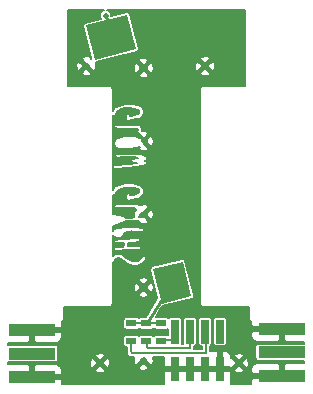
<source format=gbl>
G04 #@! TF.FileFunction,Copper,L2,Bot,Signal*
%FSLAX46Y46*%
G04 Gerber Fmt 4.6, Leading zero omitted, Abs format (unit mm)*
G04 Created by KiCad (PCBNEW 4.0.0-rc2-stable) date 3/3/2016 3:44:55 PM*
%MOMM*%
G01*
G04 APERTURE LIST*
%ADD10C,0.150000*%
%ADD11C,0.500000*%
%ADD12R,4.000000X1.000000*%
%ADD13C,0.600000*%
%ADD14R,0.760000X2.000000*%
%ADD15R,0.740000X2.000000*%
%ADD16R,0.900000X0.600000*%
%ADD17R,0.900000X0.200000*%
%ADD18R,3.800000X0.200000*%
%ADD19R,6.500000X0.200000*%
%ADD20R,0.200000X0.400000*%
%ADD21R,0.200000X0.800000*%
%ADD22R,2.000000X0.200000*%
%ADD23C,0.254000*%
%ADD24C,0.152400*%
G04 APERTURE END LIST*
D10*
D11*
X53640633Y-23875793D03*
X63688480Y-23875793D03*
X66550584Y-49015506D03*
X54799980Y-49015506D03*
X58487828Y-24025673D03*
X58487828Y-30219177D03*
X58487828Y-36412680D03*
X58487828Y-42606187D03*
X58487828Y-48799688D03*
D12*
X70182240Y-50103065D03*
X70182240Y-48103065D03*
X70182240Y-46103065D03*
D13*
X69182240Y-50103065D03*
X69182240Y-48103065D03*
X69182240Y-46103065D03*
D12*
X49034782Y-46206337D03*
X49034782Y-48206337D03*
X49034782Y-50206337D03*
D13*
X50034782Y-46206337D03*
X50034782Y-48206337D03*
X50034782Y-50206337D03*
D10*
G36*
X60007079Y-43963937D02*
X59281315Y-41053049D01*
X61804085Y-40424053D01*
X62529849Y-43334941D01*
X60007079Y-43963937D01*
X60007079Y-43963937D01*
G37*
G36*
X54344814Y-23320565D02*
X53619049Y-20409678D01*
X57112114Y-19538761D01*
X57837879Y-22449648D01*
X54344814Y-23320565D01*
X54344814Y-23320565D01*
G37*
D11*
X55268813Y-19586101D03*
D14*
X61149040Y-49532716D03*
X62419040Y-49532716D03*
X63689040Y-49532716D03*
X64959040Y-49532716D03*
X61149040Y-46332716D03*
X62419040Y-46332716D03*
X63689040Y-46332716D03*
D15*
X64959040Y-46332716D03*
D16*
X59954040Y-45632716D03*
X59954040Y-47132716D03*
X58704040Y-47132716D03*
X58704040Y-45632716D03*
X57454040Y-45632716D03*
X57454040Y-47132716D03*
D17*
X60604040Y-47082716D03*
D18*
X60604040Y-47732716D03*
D19*
X60604040Y-48182716D03*
D20*
X58804040Y-47532716D03*
X62404040Y-47532716D03*
D21*
X63754040Y-47732716D03*
X57454040Y-47732716D03*
D22*
X58754040Y-45632716D03*
D23*
X55730000Y-21430000D02*
X55270000Y-19590000D01*
X55730000Y-21430000D02*
X55270000Y-19590000D01*
X55730000Y-21430000D02*
X55270000Y-19590000D01*
X55730000Y-21430000D02*
X55270000Y-19590000D01*
X55730000Y-21430000D02*
X55270000Y-19590000D01*
X55730000Y-21430000D02*
X55270000Y-19590000D01*
X55730000Y-21430000D02*
X55270000Y-19590000D01*
X55730000Y-21430000D02*
X55270000Y-19590000D01*
X55730000Y-21430000D02*
X55270000Y-19590000D01*
X60910000Y-42190000D02*
X58750000Y-45630000D01*
X60910000Y-42190000D02*
X58750000Y-45630000D01*
X60910000Y-42190000D02*
X58750000Y-45630000D01*
X60910000Y-42190000D02*
X58750000Y-45630000D01*
X60910000Y-42190000D02*
X58750000Y-45630000D01*
X60910000Y-42190000D02*
X58750000Y-45630000D01*
X60910000Y-42190000D02*
X58750000Y-45630000D01*
X60910000Y-42190000D02*
X58750000Y-45630000D01*
X60910000Y-42190000D02*
X58750000Y-45630000D01*
D24*
G36*
X54998062Y-19180127D02*
X54863313Y-19314642D01*
X54790297Y-19490484D01*
X54790130Y-19680883D01*
X54862839Y-19856852D01*
X54864838Y-19858855D01*
X53562662Y-20183523D01*
X53484321Y-20219484D01*
X53420940Y-20286885D01*
X53388775Y-20373635D01*
X53392894Y-20466065D01*
X54072631Y-23192345D01*
X54039050Y-23225926D01*
X54034014Y-23121687D01*
X53715486Y-23028549D01*
X53385562Y-23064397D01*
X53247252Y-23121687D01*
X53238774Y-23297157D01*
X53640633Y-23699016D01*
X53692111Y-23647539D01*
X53868888Y-23824316D01*
X53817410Y-23875793D01*
X54219269Y-24277652D01*
X54394739Y-24269174D01*
X54487826Y-23950820D01*
X57640584Y-23950820D01*
X57676432Y-24280744D01*
X57733722Y-24419054D01*
X57909192Y-24427532D01*
X58311051Y-24025673D01*
X58664605Y-24025673D01*
X59066464Y-24427532D01*
X59241934Y-24419054D01*
X59335072Y-24100526D01*
X59302521Y-23800940D01*
X62841236Y-23800940D01*
X62877084Y-24130864D01*
X62934374Y-24269174D01*
X63109844Y-24277652D01*
X63511703Y-23875793D01*
X63865257Y-23875793D01*
X64267116Y-24277652D01*
X64442586Y-24269174D01*
X64535724Y-23950646D01*
X64499876Y-23620722D01*
X64442586Y-23482412D01*
X64267116Y-23473934D01*
X63865257Y-23875793D01*
X63511703Y-23875793D01*
X63109844Y-23473934D01*
X62934374Y-23482412D01*
X62841236Y-23800940D01*
X59302521Y-23800940D01*
X59299224Y-23770602D01*
X59241934Y-23632292D01*
X59066464Y-23623814D01*
X58664605Y-24025673D01*
X58311051Y-24025673D01*
X57909192Y-23623814D01*
X57733722Y-23632292D01*
X57640584Y-23950820D01*
X54487826Y-23950820D01*
X54487877Y-23950646D01*
X54452029Y-23620722D01*
X54419488Y-23542161D01*
X54801010Y-23447037D01*
X58085969Y-23447037D01*
X58487828Y-23848896D01*
X58889687Y-23447037D01*
X58882446Y-23297157D01*
X63286621Y-23297157D01*
X63688480Y-23699016D01*
X64090339Y-23297157D01*
X64081861Y-23121687D01*
X63763333Y-23028549D01*
X63433409Y-23064397D01*
X63295099Y-23121687D01*
X63286621Y-23297157D01*
X58882446Y-23297157D01*
X58881209Y-23271567D01*
X58562681Y-23178429D01*
X58232757Y-23214277D01*
X58094447Y-23271567D01*
X58085969Y-23447037D01*
X54801010Y-23447037D01*
X57894266Y-22675803D01*
X57972607Y-22639842D01*
X58035988Y-22572441D01*
X58068153Y-22485691D01*
X58064034Y-22393261D01*
X57338269Y-19482374D01*
X57302308Y-19404033D01*
X57234907Y-19340652D01*
X57148157Y-19308487D01*
X57055727Y-19312606D01*
X55747367Y-19638816D01*
X55747496Y-19491319D01*
X55674787Y-19315350D01*
X55540272Y-19180601D01*
X55415040Y-19128600D01*
X67051400Y-19128600D01*
X67051400Y-25551400D01*
X63530000Y-25551400D01*
X63423384Y-25572607D01*
X63333000Y-25633000D01*
X63272607Y-25723384D01*
X63251400Y-25830000D01*
X63251400Y-44000000D01*
X63272607Y-44106616D01*
X63333000Y-44197000D01*
X63423384Y-44257393D01*
X63530000Y-44278600D01*
X67381400Y-44278600D01*
X67381400Y-45280000D01*
X67402607Y-45386616D01*
X67463000Y-45477000D01*
X67553384Y-45537393D01*
X67598040Y-45546276D01*
X67598040Y-45779215D01*
X67744090Y-45925265D01*
X68314320Y-45925265D01*
X68282828Y-46041398D01*
X68313622Y-46280865D01*
X67744090Y-46280865D01*
X67598040Y-46426915D01*
X67598040Y-46719270D01*
X67686979Y-46933988D01*
X67851318Y-47098326D01*
X68066036Y-47187265D01*
X69858390Y-47187265D01*
X70004440Y-47041215D01*
X70004440Y-46449463D01*
X70081652Y-46164732D01*
X70048286Y-45905265D01*
X70360040Y-45905265D01*
X70360040Y-45925265D01*
X70380040Y-45925265D01*
X70380040Y-46280865D01*
X70360040Y-46280865D01*
X70360040Y-47041215D01*
X70506090Y-47187265D01*
X72081400Y-47187265D01*
X72081400Y-47369987D01*
X68182240Y-47369987D01*
X68097526Y-47385927D01*
X68019722Y-47435993D01*
X67967525Y-47512385D01*
X67949162Y-47603065D01*
X67949162Y-48603065D01*
X67965102Y-48687779D01*
X68015168Y-48765583D01*
X68091560Y-48817780D01*
X68182240Y-48836143D01*
X72081400Y-48836143D01*
X72081400Y-49018865D01*
X70506090Y-49018865D01*
X70360040Y-49164915D01*
X70360040Y-49925265D01*
X70380040Y-49925265D01*
X70380040Y-50280865D01*
X70360040Y-50280865D01*
X70360040Y-50300865D01*
X70044736Y-50300865D01*
X70081652Y-50164732D01*
X70036787Y-49815848D01*
X70004440Y-49737755D01*
X70004440Y-49164915D01*
X69858390Y-49018865D01*
X68066036Y-49018865D01*
X67851318Y-49107804D01*
X67686979Y-49272142D01*
X67598040Y-49486860D01*
X67598040Y-49779215D01*
X67744090Y-49925265D01*
X68314320Y-49925265D01*
X68282828Y-50041398D01*
X68313622Y-50280865D01*
X67744090Y-50280865D01*
X67598040Y-50426915D01*
X67598040Y-50719270D01*
X67611349Y-50751400D01*
X65880791Y-50751400D01*
X65923240Y-50648920D01*
X65923240Y-49856566D01*
X65777190Y-49710516D01*
X65136840Y-49710516D01*
X65136840Y-49730516D01*
X64781240Y-49730516D01*
X64781240Y-49710516D01*
X63866840Y-49710516D01*
X63866840Y-49730516D01*
X63511240Y-49730516D01*
X63511240Y-49710516D01*
X62596840Y-49710516D01*
X62596840Y-49730516D01*
X62241240Y-49730516D01*
X62241240Y-49710516D01*
X61326840Y-49710516D01*
X61326840Y-49730516D01*
X60971240Y-49730516D01*
X60971240Y-49710516D01*
X60330890Y-49710516D01*
X60184840Y-49856566D01*
X60184840Y-50648920D01*
X60227289Y-50751400D01*
X51618982Y-50751400D01*
X51618982Y-50530187D01*
X51472932Y-50384137D01*
X50902702Y-50384137D01*
X50934194Y-50268004D01*
X50903400Y-50028537D01*
X51472932Y-50028537D01*
X51618982Y-49882487D01*
X51618982Y-49594142D01*
X54398121Y-49594142D01*
X54406599Y-49769612D01*
X54725127Y-49862750D01*
X55055051Y-49826902D01*
X55193361Y-49769612D01*
X55201839Y-49594142D01*
X54799980Y-49192283D01*
X54398121Y-49594142D01*
X51618982Y-49594142D01*
X51618982Y-49590132D01*
X51530043Y-49375414D01*
X51365704Y-49211076D01*
X51150986Y-49122137D01*
X49358632Y-49122137D01*
X49212582Y-49268187D01*
X49212582Y-49859939D01*
X49135370Y-50144670D01*
X49168736Y-50404137D01*
X48856982Y-50404137D01*
X48856982Y-50384137D01*
X48836982Y-50384137D01*
X48836982Y-50028537D01*
X48856982Y-50028537D01*
X48856982Y-49268187D01*
X48710932Y-49122137D01*
X47038600Y-49122137D01*
X47038600Y-48940653D01*
X53952736Y-48940653D01*
X53988584Y-49270577D01*
X54045874Y-49408887D01*
X54221344Y-49417365D01*
X54623203Y-49015506D01*
X54976757Y-49015506D01*
X55378616Y-49417365D01*
X55554086Y-49408887D01*
X55563022Y-49378324D01*
X58085969Y-49378324D01*
X58094447Y-49553794D01*
X58412975Y-49646932D01*
X58742899Y-49611084D01*
X58783800Y-49594142D01*
X66148725Y-49594142D01*
X66157203Y-49769612D01*
X66475731Y-49862750D01*
X66805655Y-49826902D01*
X66943965Y-49769612D01*
X66952443Y-49594142D01*
X66550584Y-49192283D01*
X66148725Y-49594142D01*
X58783800Y-49594142D01*
X58881209Y-49553794D01*
X58889687Y-49378324D01*
X58487828Y-48976465D01*
X58085969Y-49378324D01*
X55563022Y-49378324D01*
X55647224Y-49090359D01*
X55611376Y-48760435D01*
X55554086Y-48622125D01*
X55378616Y-48613647D01*
X54976757Y-49015506D01*
X54623203Y-49015506D01*
X54221344Y-48613647D01*
X54045874Y-48622125D01*
X53952736Y-48940653D01*
X47038600Y-48940653D01*
X47038600Y-48939415D01*
X51034782Y-48939415D01*
X51119496Y-48923475D01*
X51197300Y-48873409D01*
X51249497Y-48797017D01*
X51267860Y-48706337D01*
X51267860Y-48436870D01*
X54398121Y-48436870D01*
X54799980Y-48838729D01*
X55201839Y-48436870D01*
X55193361Y-48261400D01*
X54874833Y-48168262D01*
X54544909Y-48204110D01*
X54406599Y-48261400D01*
X54398121Y-48436870D01*
X51267860Y-48436870D01*
X51267860Y-47706337D01*
X51251920Y-47621623D01*
X51201854Y-47543819D01*
X51125462Y-47491622D01*
X51034782Y-47473259D01*
X47038600Y-47473259D01*
X47038600Y-47290537D01*
X48710932Y-47290537D01*
X48856982Y-47144487D01*
X48856982Y-46384137D01*
X48836982Y-46384137D01*
X48836982Y-46028537D01*
X48856982Y-46028537D01*
X48856982Y-46008537D01*
X49172286Y-46008537D01*
X49135370Y-46144670D01*
X49180235Y-46493554D01*
X49212582Y-46571647D01*
X49212582Y-47144487D01*
X49358632Y-47290537D01*
X51150986Y-47290537D01*
X51365704Y-47201598D01*
X51530043Y-47037260D01*
X51618982Y-46822542D01*
X51618982Y-46530187D01*
X51472932Y-46384137D01*
X50902702Y-46384137D01*
X50934194Y-46268004D01*
X50903400Y-46028537D01*
X51472932Y-46028537D01*
X51618982Y-45882487D01*
X51618982Y-45590132D01*
X51590521Y-45521420D01*
X51657000Y-45477000D01*
X51717393Y-45386616D01*
X51728114Y-45332716D01*
X56770962Y-45332716D01*
X56770962Y-45932716D01*
X56786902Y-46017430D01*
X56836968Y-46095234D01*
X56913360Y-46147431D01*
X57004040Y-46165794D01*
X57904040Y-46165794D01*
X57988754Y-46149854D01*
X58066558Y-46099788D01*
X58078578Y-46082196D01*
X58086968Y-46095234D01*
X58163360Y-46147431D01*
X58254040Y-46165794D01*
X59154040Y-46165794D01*
X59238754Y-46149854D01*
X59316558Y-46099788D01*
X59328578Y-46082196D01*
X59336968Y-46095234D01*
X59413360Y-46147431D01*
X59504040Y-46165794D01*
X60404040Y-46165794D01*
X60488754Y-46149854D01*
X60535962Y-46119476D01*
X60535962Y-46646181D01*
X60494720Y-46618001D01*
X60404040Y-46599638D01*
X59504040Y-46599638D01*
X59419326Y-46615578D01*
X59341522Y-46665644D01*
X59329502Y-46683236D01*
X59321112Y-46670198D01*
X59244720Y-46618001D01*
X59154040Y-46599638D01*
X58254040Y-46599638D01*
X58169326Y-46615578D01*
X58091522Y-46665644D01*
X58079502Y-46683236D01*
X58071112Y-46670198D01*
X57994720Y-46618001D01*
X57904040Y-46599638D01*
X57004040Y-46599638D01*
X56919326Y-46615578D01*
X56841522Y-46665644D01*
X56789325Y-46742036D01*
X56770962Y-46832716D01*
X56770962Y-47432716D01*
X56786902Y-47517430D01*
X56836968Y-47595234D01*
X56913360Y-47647431D01*
X57004040Y-47665794D01*
X57120962Y-47665794D01*
X57120962Y-48282716D01*
X57136902Y-48367430D01*
X57186968Y-48445234D01*
X57263360Y-48497431D01*
X57354040Y-48515794D01*
X57701708Y-48515794D01*
X57640584Y-48724835D01*
X57676432Y-49054759D01*
X57733722Y-49193069D01*
X57909192Y-49201547D01*
X58311051Y-48799688D01*
X58259574Y-48748211D01*
X58436351Y-48571434D01*
X58487828Y-48622911D01*
X58539306Y-48571434D01*
X58716083Y-48748211D01*
X58664605Y-48799688D01*
X59066464Y-49201547D01*
X59241934Y-49193069D01*
X59335072Y-48874541D01*
X59299224Y-48544617D01*
X59287285Y-48515794D01*
X60184840Y-48515794D01*
X60184840Y-49208866D01*
X60330890Y-49354916D01*
X60971240Y-49354916D01*
X60971240Y-49334916D01*
X61326840Y-49334916D01*
X61326840Y-49354916D01*
X62241240Y-49354916D01*
X62241240Y-49334916D01*
X62596840Y-49334916D01*
X62596840Y-49354916D01*
X63511240Y-49354916D01*
X63511240Y-49334916D01*
X63866840Y-49334916D01*
X63866840Y-49354916D01*
X64781240Y-49354916D01*
X64781240Y-48094566D01*
X65136840Y-48094566D01*
X65136840Y-49354916D01*
X65774122Y-49354916D01*
X65796478Y-49408887D01*
X65971948Y-49417365D01*
X66373807Y-49015506D01*
X66727361Y-49015506D01*
X67129220Y-49417365D01*
X67304690Y-49408887D01*
X67397828Y-49090359D01*
X67361980Y-48760435D01*
X67304690Y-48622125D01*
X67129220Y-48613647D01*
X66727361Y-49015506D01*
X66373807Y-49015506D01*
X65971948Y-48613647D01*
X65923240Y-48616000D01*
X65923240Y-48436870D01*
X66148725Y-48436870D01*
X66550584Y-48838729D01*
X66952443Y-48436870D01*
X66943965Y-48261400D01*
X66625437Y-48168262D01*
X66295513Y-48204110D01*
X66157203Y-48261400D01*
X66148725Y-48436870D01*
X65923240Y-48436870D01*
X65923240Y-48416512D01*
X65834301Y-48201794D01*
X65669963Y-48037455D01*
X65455245Y-47948516D01*
X65282890Y-47948516D01*
X65136840Y-48094566D01*
X64781240Y-48094566D01*
X64635190Y-47948516D01*
X64462835Y-47948516D01*
X64324040Y-48006007D01*
X64185245Y-47948516D01*
X64087118Y-47948516D01*
X64087118Y-47562392D01*
X64153754Y-47549854D01*
X64231558Y-47499788D01*
X64283755Y-47423396D01*
X64302118Y-47332716D01*
X64302118Y-45332716D01*
X64355962Y-45332716D01*
X64355962Y-47332716D01*
X64371902Y-47417430D01*
X64421968Y-47495234D01*
X64498360Y-47547431D01*
X64589040Y-47565794D01*
X65329040Y-47565794D01*
X65413754Y-47549854D01*
X65491558Y-47499788D01*
X65543755Y-47423396D01*
X65562118Y-47332716D01*
X65562118Y-45332716D01*
X65546178Y-45248002D01*
X65496112Y-45170198D01*
X65419720Y-45118001D01*
X65329040Y-45099638D01*
X64589040Y-45099638D01*
X64504326Y-45115578D01*
X64426522Y-45165644D01*
X64374325Y-45242036D01*
X64355962Y-45332716D01*
X64302118Y-45332716D01*
X64286178Y-45248002D01*
X64236112Y-45170198D01*
X64159720Y-45118001D01*
X64069040Y-45099638D01*
X63309040Y-45099638D01*
X63224326Y-45115578D01*
X63146522Y-45165644D01*
X63094325Y-45242036D01*
X63075962Y-45332716D01*
X63075962Y-47332716D01*
X63091902Y-47417430D01*
X63141968Y-47495234D01*
X63218360Y-47547431D01*
X63309040Y-47565794D01*
X63420962Y-47565794D01*
X63420962Y-47849638D01*
X62733691Y-47849638D01*
X62737118Y-47832716D01*
X62737118Y-47565794D01*
X62799040Y-47565794D01*
X62883754Y-47549854D01*
X62961558Y-47499788D01*
X63013755Y-47423396D01*
X63032118Y-47332716D01*
X63032118Y-45332716D01*
X63016178Y-45248002D01*
X62966112Y-45170198D01*
X62889720Y-45118001D01*
X62799040Y-45099638D01*
X62039040Y-45099638D01*
X61954326Y-45115578D01*
X61876522Y-45165644D01*
X61824325Y-45242036D01*
X61805962Y-45332716D01*
X61805962Y-47332716D01*
X61818554Y-47399638D01*
X61748566Y-47399638D01*
X61762118Y-47332716D01*
X61762118Y-45332716D01*
X61746178Y-45248002D01*
X61696112Y-45170198D01*
X61619720Y-45118001D01*
X61529040Y-45099638D01*
X60769040Y-45099638D01*
X60684326Y-45115578D01*
X60606522Y-45165644D01*
X60586777Y-45194542D01*
X60571112Y-45170198D01*
X60494720Y-45118001D01*
X60404040Y-45099638D01*
X59504040Y-45099638D01*
X59502756Y-45099880D01*
X60075976Y-44186973D01*
X62586236Y-43561096D01*
X62664577Y-43525135D01*
X62727958Y-43457734D01*
X62760123Y-43370984D01*
X62756004Y-43278554D01*
X62030240Y-40367666D01*
X61994279Y-40289325D01*
X61926878Y-40225944D01*
X61840128Y-40193779D01*
X61747698Y-40197898D01*
X59224928Y-40826894D01*
X59146587Y-40862855D01*
X59083206Y-40930256D01*
X59051041Y-41017006D01*
X59055160Y-41109436D01*
X59655843Y-43518649D01*
X58663129Y-45099638D01*
X58254040Y-45099638D01*
X58169326Y-45115578D01*
X58091522Y-45165644D01*
X58079502Y-45183236D01*
X58071112Y-45170198D01*
X57994720Y-45118001D01*
X57904040Y-45099638D01*
X57004040Y-45099638D01*
X56919326Y-45115578D01*
X56841522Y-45165644D01*
X56789325Y-45242036D01*
X56770962Y-45332716D01*
X51728114Y-45332716D01*
X51738600Y-45280000D01*
X51738600Y-44278600D01*
X55580000Y-44278600D01*
X55686616Y-44257393D01*
X55777000Y-44197000D01*
X55837393Y-44106616D01*
X55858600Y-44000000D01*
X55858600Y-43184823D01*
X58085969Y-43184823D01*
X58094447Y-43360293D01*
X58412975Y-43453431D01*
X58742899Y-43417583D01*
X58881209Y-43360293D01*
X58889687Y-43184823D01*
X58487828Y-42782964D01*
X58085969Y-43184823D01*
X55858600Y-43184823D01*
X55858600Y-42531334D01*
X57640584Y-42531334D01*
X57676432Y-42861258D01*
X57733722Y-42999568D01*
X57909192Y-43008046D01*
X58311051Y-42606187D01*
X58664605Y-42606187D01*
X59066464Y-43008046D01*
X59241934Y-42999568D01*
X59335072Y-42681040D01*
X59299224Y-42351116D01*
X59241934Y-42212806D01*
X59066464Y-42204328D01*
X58664605Y-42606187D01*
X58311051Y-42606187D01*
X57909192Y-42204328D01*
X57733722Y-42212806D01*
X57640584Y-42531334D01*
X55858600Y-42531334D01*
X55858600Y-42027551D01*
X58085969Y-42027551D01*
X58487828Y-42429410D01*
X58889687Y-42027551D01*
X58881209Y-41852081D01*
X58562681Y-41758943D01*
X58232757Y-41794791D01*
X58094447Y-41852081D01*
X58085969Y-42027551D01*
X55858600Y-42027551D01*
X55858600Y-40451483D01*
X55879614Y-40464617D01*
X55920000Y-40476200D01*
X55990000Y-40476200D01*
X56017695Y-40470989D01*
X56043132Y-40454621D01*
X56060197Y-40429646D01*
X56066200Y-40400000D01*
X56066200Y-40257201D01*
X56132414Y-40176274D01*
X56277914Y-40073567D01*
X56338386Y-40066848D01*
X56440856Y-40082613D01*
X56821452Y-40349030D01*
X57077185Y-40594927D01*
X57100865Y-40610410D01*
X57390865Y-40730410D01*
X57410549Y-40735612D01*
X57570549Y-40755612D01*
X57580000Y-40756200D01*
X57750000Y-40756200D01*
X57755429Y-40756006D01*
X57895429Y-40746006D01*
X57907783Y-40744096D01*
X58157783Y-40684096D01*
X58178765Y-40675603D01*
X58398765Y-40545603D01*
X58415318Y-40532406D01*
X58595318Y-40342406D01*
X58607092Y-40326126D01*
X58677092Y-40196126D01*
X58686200Y-40160000D01*
X58686200Y-40020000D01*
X58684720Y-40005056D01*
X58674720Y-39955056D01*
X58662612Y-39926570D01*
X58640783Y-39905632D01*
X58612527Y-39894837D01*
X58552527Y-39884837D01*
X58540000Y-39883800D01*
X58470000Y-39883800D01*
X58427397Y-39896822D01*
X58406174Y-39918374D01*
X58262751Y-40138289D01*
X58021339Y-40333275D01*
X57865705Y-40393800D01*
X57654221Y-40393800D01*
X57495524Y-40376167D01*
X57016037Y-40078885D01*
X56701170Y-39793537D01*
X56662527Y-39774837D01*
X56482527Y-39744837D01*
X56470000Y-39743800D01*
X56270000Y-39743800D01*
X56249066Y-39746732D01*
X56039066Y-39806732D01*
X56004935Y-39827329D01*
X55858600Y-39980316D01*
X55858600Y-38730000D01*
X55913800Y-38730000D01*
X55913800Y-38760000D01*
X55924662Y-38799209D01*
X55945064Y-38821540D01*
X55972547Y-38834174D01*
X56142547Y-38874174D01*
X56160000Y-38876200D01*
X56540000Y-38876200D01*
X56548652Y-38875707D01*
X56813800Y-38845404D01*
X56813800Y-38896828D01*
X56804822Y-39004568D01*
X56764826Y-39124556D01*
X56751995Y-39134820D01*
X56517071Y-39143856D01*
X56510144Y-39144440D01*
X56050144Y-39204440D01*
X56032305Y-39209011D01*
X56006868Y-39225379D01*
X55989803Y-39250354D01*
X55983800Y-39280000D01*
X55983800Y-39420000D01*
X55989732Y-39449476D01*
X56006736Y-39474492D01*
X56032132Y-39490921D01*
X56061920Y-39496176D01*
X57251443Y-39466188D01*
X58030509Y-39456200D01*
X58130000Y-39456200D01*
X58142527Y-39455163D01*
X58202527Y-39445163D01*
X58233430Y-39432612D01*
X58254368Y-39410783D01*
X58265163Y-39382527D01*
X58275163Y-39322527D01*
X58276200Y-39310000D01*
X58276200Y-39250000D01*
X58275163Y-39237473D01*
X58265163Y-39177473D01*
X58252612Y-39146570D01*
X58230783Y-39125632D01*
X58202527Y-39114837D01*
X58142527Y-39104837D01*
X58127461Y-39103842D01*
X57527915Y-39123827D01*
X57146551Y-39131941D01*
X57165612Y-38979451D01*
X57166200Y-38970000D01*
X57166200Y-38832959D01*
X57553310Y-38816128D01*
X57560565Y-38815464D01*
X58060565Y-38745464D01*
X58086295Y-38737001D01*
X58109502Y-38717602D01*
X58149502Y-38667602D01*
X58160197Y-38649646D01*
X58166200Y-38620000D01*
X58166200Y-38560000D01*
X58165163Y-38547473D01*
X58155163Y-38487473D01*
X58140154Y-38453225D01*
X58117217Y-38433507D01*
X58088415Y-38424266D01*
X57998415Y-38414266D01*
X57985005Y-38413964D01*
X56615005Y-38503964D01*
X56609929Y-38504468D01*
X56009929Y-38584468D01*
X55992680Y-38588866D01*
X55967157Y-38605099D01*
X55949961Y-38629983D01*
X55919961Y-38699983D01*
X55913800Y-38730000D01*
X55858600Y-38730000D01*
X55858600Y-38201565D01*
X55883104Y-38246489D01*
X55913278Y-38276768D01*
X56113278Y-38386768D01*
X56139704Y-38395501D01*
X56359704Y-38425501D01*
X56380071Y-38425532D01*
X56530071Y-38405532D01*
X56547337Y-38401128D01*
X56572855Y-38384888D01*
X56842855Y-38124888D01*
X56857002Y-38106293D01*
X56967187Y-37902875D01*
X57325699Y-37875987D01*
X57354078Y-37868155D01*
X57409880Y-37840254D01*
X57563470Y-37874385D01*
X57580000Y-37876200D01*
X58400000Y-37876200D01*
X58412527Y-37875163D01*
X58472527Y-37865163D01*
X58503430Y-37852612D01*
X58524368Y-37830783D01*
X58535163Y-37802527D01*
X58545163Y-37742527D01*
X58546200Y-37730000D01*
X58546200Y-37630000D01*
X58542473Y-37606459D01*
X58527604Y-37580118D01*
X58503659Y-37561637D01*
X58474410Y-37553928D01*
X57786424Y-37514045D01*
X57518415Y-37484266D01*
X57479983Y-37489961D01*
X57449166Y-37503168D01*
X57444556Y-37498184D01*
X57416996Y-37485720D01*
X57386758Y-37484959D01*
X57223326Y-37513800D01*
X56660000Y-37513800D01*
X56645056Y-37515280D01*
X56595056Y-37525280D01*
X56556868Y-37545379D01*
X56550105Y-37555276D01*
X56536245Y-37539437D01*
X56509039Y-37526217D01*
X56478833Y-37524623D01*
X56208833Y-37564623D01*
X56178924Y-37575819D01*
X55928924Y-37735819D01*
X55902765Y-37764141D01*
X55858600Y-37846950D01*
X55858600Y-37379200D01*
X55874280Y-37390960D01*
X55889274Y-37399731D01*
X55918824Y-37406191D01*
X55948559Y-37400646D01*
X56415419Y-37211915D01*
X57093030Y-37005686D01*
X57302743Y-36996154D01*
X58022116Y-36976171D01*
X58031884Y-36975268D01*
X58115167Y-36962118D01*
X58085969Y-36991316D01*
X58094447Y-37166786D01*
X58412975Y-37259924D01*
X58742899Y-37224076D01*
X58881209Y-37166786D01*
X58889687Y-36991316D01*
X58487828Y-36589457D01*
X58438878Y-36638407D01*
X58419423Y-36612002D01*
X58392964Y-36597343D01*
X58362887Y-36594133D01*
X58105465Y-36618266D01*
X58311051Y-36412680D01*
X58664605Y-36412680D01*
X59066464Y-36814539D01*
X59241934Y-36806061D01*
X59335072Y-36487533D01*
X59299224Y-36157609D01*
X59241934Y-36019299D01*
X59066464Y-36010821D01*
X58664605Y-36412680D01*
X58311051Y-36412680D01*
X58259574Y-36361203D01*
X58436351Y-36184426D01*
X58487828Y-36235903D01*
X58889687Y-35834044D01*
X58881209Y-35658574D01*
X58562681Y-35565436D01*
X58232757Y-35601284D01*
X58174354Y-35625475D01*
X58152406Y-35604682D01*
X58137217Y-35593507D01*
X58108415Y-35584266D01*
X57928415Y-35564266D01*
X57925303Y-35563985D01*
X57495303Y-35533985D01*
X57491524Y-35533815D01*
X56991524Y-35523815D01*
X56990000Y-35523800D01*
X56160000Y-35523800D01*
X56131700Y-35529250D01*
X56081700Y-35549250D01*
X56055834Y-35566404D01*
X56039250Y-35591700D01*
X56019250Y-35641700D01*
X56013800Y-35670000D01*
X56013800Y-35710000D01*
X56024659Y-35749205D01*
X56054659Y-35799205D01*
X56079555Y-35824580D01*
X56107866Y-35835228D01*
X56417866Y-35885228D01*
X56430000Y-35886200D01*
X57715534Y-35886200D01*
X57803250Y-35896520D01*
X57761734Y-35938036D01*
X57837961Y-36014263D01*
X57733722Y-36019299D01*
X57640584Y-36337827D01*
X57675436Y-36658582D01*
X57404640Y-36683969D01*
X57025213Y-36702037D01*
X57009502Y-36682398D01*
X56972882Y-36657317D01*
X56432882Y-36487317D01*
X56429540Y-36486348D01*
X55939540Y-36356348D01*
X55920000Y-36353800D01*
X55858600Y-36353800D01*
X55858600Y-34753981D01*
X55917732Y-34793402D01*
X55948826Y-34805376D01*
X55979032Y-34803785D01*
X56006239Y-34790567D01*
X56026160Y-34767806D01*
X56217236Y-34433424D01*
X56403387Y-34309323D01*
X56883173Y-34155791D01*
X57161321Y-34146200D01*
X57295889Y-34146200D01*
X57655616Y-34185089D01*
X57998493Y-34280333D01*
X58113819Y-34354471D01*
X58123800Y-34371107D01*
X58123800Y-34520207D01*
X58036676Y-34614591D01*
X57675469Y-34744256D01*
X57398679Y-34753800D01*
X57371564Y-34753800D01*
X57253882Y-34636118D01*
X57229646Y-34619803D01*
X57200000Y-34613800D01*
X57160000Y-34613800D01*
X57131700Y-34619250D01*
X57081700Y-34639250D01*
X57066186Y-34647656D01*
X57045383Y-34669614D01*
X56995383Y-34749614D01*
X56983800Y-34790000D01*
X56983800Y-34970000D01*
X56984388Y-34979451D01*
X56994388Y-35059451D01*
X57004659Y-35089205D01*
X57064659Y-35189205D01*
X57082210Y-35209351D01*
X57109066Y-35223268D01*
X57179066Y-35243268D01*
X57194073Y-35245969D01*
X57224097Y-35242290D01*
X57428235Y-35174244D01*
X58042134Y-35075228D01*
X58064078Y-35068155D01*
X58264078Y-34968155D01*
X58289703Y-34947350D01*
X58519703Y-34657350D01*
X58528628Y-34643115D01*
X58536105Y-34613805D01*
X58546105Y-34413805D01*
X58545887Y-34403101D01*
X58535887Y-34293101D01*
X58521345Y-34254798D01*
X58381345Y-34064798D01*
X58354078Y-34041845D01*
X58074078Y-33901845D01*
X58058885Y-33896177D01*
X57628885Y-33786177D01*
X57618415Y-33784266D01*
X57348415Y-33754266D01*
X57340000Y-33753800D01*
X57300000Y-33753800D01*
X57291348Y-33754293D01*
X56941348Y-33794293D01*
X56932165Y-33795917D01*
X56392165Y-33925917D01*
X56374433Y-33932610D01*
X56014433Y-34122610D01*
X55986598Y-34147732D01*
X55858600Y-34339729D01*
X55858600Y-32400000D01*
X55883800Y-32400000D01*
X55883800Y-32470000D01*
X55889250Y-32498300D01*
X55909250Y-32548300D01*
X55934214Y-32580910D01*
X55961519Y-32593925D01*
X56001519Y-32603925D01*
X56026843Y-32605892D01*
X57246843Y-32495892D01*
X57250483Y-32495476D01*
X58330483Y-32345476D01*
X58337953Y-32344055D01*
X58667953Y-32264055D01*
X58703882Y-32243882D01*
X58733882Y-32213882D01*
X58753515Y-32180050D01*
X58782957Y-32072096D01*
X58792290Y-32044097D01*
X58795843Y-32012632D01*
X58787001Y-31983705D01*
X58767602Y-31960498D01*
X58642537Y-31860446D01*
X58731932Y-31819187D01*
X58749528Y-31807909D01*
X58768155Y-31784078D01*
X58788155Y-31744078D01*
X58796200Y-31710000D01*
X58796200Y-31640000D01*
X58790750Y-31611700D01*
X58770750Y-31561700D01*
X58762897Y-31546984D01*
X58741206Y-31525902D01*
X58601206Y-31435902D01*
X58576187Y-31425539D01*
X58116187Y-31325539D01*
X58105844Y-31324024D01*
X57585844Y-31284024D01*
X57580000Y-31283800D01*
X56440000Y-31283800D01*
X56431348Y-31284293D01*
X56081348Y-31324293D01*
X56062305Y-31329011D01*
X56036868Y-31345379D01*
X56019803Y-31370354D01*
X56013800Y-31400000D01*
X56013800Y-31500000D01*
X56016795Y-31521155D01*
X56030793Y-31547969D01*
X56054120Y-31567224D01*
X56083101Y-31575887D01*
X56181078Y-31584794D01*
X56239983Y-31610039D01*
X56274306Y-31616078D01*
X56803190Y-31586141D01*
X57161072Y-31576200D01*
X57228223Y-31576200D01*
X57653959Y-31596002D01*
X57974046Y-31632068D01*
X57952601Y-31634160D01*
X57945056Y-31635280D01*
X57495056Y-31725280D01*
X57473705Y-31732999D01*
X57450498Y-31752398D01*
X57410498Y-31802398D01*
X57399803Y-31820354D01*
X57393800Y-31850000D01*
X57393800Y-31880000D01*
X57404659Y-31919205D01*
X57434659Y-31969205D01*
X57443964Y-31981637D01*
X57468468Y-31999370D01*
X57578468Y-32049370D01*
X57610000Y-32056200D01*
X57650000Y-32056200D01*
X57680017Y-32050039D01*
X57730222Y-32028523D01*
X57919674Y-32056383D01*
X57273223Y-32114102D01*
X57270701Y-32114370D01*
X56050701Y-32264370D01*
X56020795Y-32274659D01*
X55920795Y-32334659D01*
X55906868Y-32345379D01*
X55889803Y-32370354D01*
X55883800Y-32400000D01*
X55858600Y-32400000D01*
X55858600Y-30220000D01*
X56013800Y-30220000D01*
X56013800Y-30460000D01*
X56017269Y-30482729D01*
X56067269Y-30642729D01*
X56092055Y-30679226D01*
X56302055Y-30849226D01*
X56340549Y-30865612D01*
X56500549Y-30885612D01*
X56510000Y-30886200D01*
X57060000Y-30886200D01*
X57062720Y-30886151D01*
X57342720Y-30876151D01*
X57347895Y-30875790D01*
X57827895Y-30825790D01*
X57840934Y-30823268D01*
X58148346Y-30735436D01*
X58085969Y-30797813D01*
X58094447Y-30973283D01*
X58412975Y-31066421D01*
X58742899Y-31030573D01*
X58881209Y-30973283D01*
X58889687Y-30797813D01*
X58529603Y-30437729D01*
X58532425Y-30433698D01*
X58540197Y-30419646D01*
X58546200Y-30390000D01*
X58546200Y-30290000D01*
X58545612Y-30280549D01*
X58537941Y-30219177D01*
X58664605Y-30219177D01*
X59066464Y-30621036D01*
X59241934Y-30612558D01*
X59335072Y-30294030D01*
X59299224Y-29964106D01*
X59241934Y-29825796D01*
X59066464Y-29817318D01*
X58664605Y-30219177D01*
X58537941Y-30219177D01*
X58535612Y-30200549D01*
X58520398Y-30163540D01*
X58420398Y-30033540D01*
X58394078Y-30011845D01*
X58294078Y-29961845D01*
X58262105Y-29953829D01*
X58232305Y-29959011D01*
X58213880Y-29970867D01*
X58206966Y-29943641D01*
X58187544Y-29920452D01*
X58160631Y-29906646D01*
X57935085Y-29843211D01*
X57909192Y-29817318D01*
X57852721Y-29820046D01*
X57840631Y-29816646D01*
X57827895Y-29814210D01*
X57347895Y-29764210D01*
X57336760Y-29763869D01*
X56866760Y-29783869D01*
X56850460Y-29786348D01*
X56360460Y-29916348D01*
X56339090Y-29925713D01*
X56119090Y-30065713D01*
X56099851Y-30083218D01*
X56029851Y-30173218D01*
X56019803Y-30190354D01*
X56013800Y-30220000D01*
X55858600Y-30220000D01*
X55858600Y-28960000D01*
X56013800Y-28960000D01*
X56013800Y-28990000D01*
X56024659Y-29029205D01*
X56054659Y-29079205D01*
X56079555Y-29104580D01*
X56107866Y-29115228D01*
X56417866Y-29165228D01*
X56427280Y-29166151D01*
X56707280Y-29176151D01*
X56710000Y-29176200D01*
X57716645Y-29176200D01*
X57983800Y-29199772D01*
X57983800Y-29225446D01*
X57954343Y-29470921D01*
X57955827Y-29497458D01*
X57968463Y-29524940D01*
X57990795Y-29545341D01*
X58087758Y-29603519D01*
X58085969Y-29640541D01*
X58487828Y-30042400D01*
X58889687Y-29640541D01*
X58881209Y-29465071D01*
X58562681Y-29371933D01*
X58336965Y-29396458D01*
X58368155Y-29334078D01*
X58376069Y-29295525D01*
X58366069Y-29125525D01*
X58360599Y-29101327D01*
X58343882Y-29076118D01*
X58153882Y-28886118D01*
X58133494Y-28871556D01*
X58104227Y-28863917D01*
X57924724Y-28853945D01*
X57495303Y-28823985D01*
X57491524Y-28823815D01*
X56991524Y-28813815D01*
X56990000Y-28813800D01*
X56160000Y-28813800D01*
X56131700Y-28819250D01*
X56081700Y-28839250D01*
X56055834Y-28856404D01*
X56039250Y-28881700D01*
X56019250Y-28931700D01*
X56013800Y-28960000D01*
X55858600Y-28960000D01*
X55858600Y-28040837D01*
X55922994Y-28076611D01*
X55947879Y-28085230D01*
X55978103Y-28084019D01*
X56005474Y-28071144D01*
X56025679Y-28048635D01*
X56217469Y-27722593D01*
X56404003Y-27589354D01*
X56882463Y-27445816D01*
X57161321Y-27436200D01*
X57295889Y-27436200D01*
X57655616Y-27475089D01*
X58000446Y-27570876D01*
X58114904Y-27636280D01*
X58123800Y-27651107D01*
X58123800Y-27810207D01*
X58037306Y-27903909D01*
X57675090Y-28024648D01*
X57397382Y-28043800D01*
X57371564Y-28043800D01*
X57253882Y-27926118D01*
X57229646Y-27909803D01*
X57200000Y-27903800D01*
X57160000Y-27903800D01*
X57145056Y-27905280D01*
X57095056Y-27915280D01*
X57063035Y-27929994D01*
X57043389Y-27952994D01*
X56993389Y-28042994D01*
X56983800Y-28080000D01*
X56983800Y-28250000D01*
X56984388Y-28259451D01*
X56994388Y-28339451D01*
X57003104Y-28366489D01*
X57063104Y-28476489D01*
X57082210Y-28499351D01*
X57109066Y-28513268D01*
X57179066Y-28533268D01*
X57194073Y-28535969D01*
X57224097Y-28532290D01*
X57428235Y-28464244D01*
X58042134Y-28365228D01*
X58064078Y-28358155D01*
X58264078Y-28258155D01*
X58289703Y-28237350D01*
X58519703Y-27947350D01*
X58528628Y-27933115D01*
X58536105Y-27903805D01*
X58546105Y-27703805D01*
X58545887Y-27693101D01*
X58535887Y-27583101D01*
X58521345Y-27544798D01*
X58381345Y-27354798D01*
X58355983Y-27332831D01*
X58075983Y-27182831D01*
X58057260Y-27175781D01*
X57627260Y-27075781D01*
X57621167Y-27074623D01*
X57351167Y-27034623D01*
X57340000Y-27033800D01*
X57300000Y-27033800D01*
X57291348Y-27034293D01*
X56941348Y-27074293D01*
X56932165Y-27075917D01*
X56392165Y-27205917D01*
X56372994Y-27213389D01*
X56012994Y-27413389D01*
X55986598Y-27437732D01*
X55858600Y-27629729D01*
X55858600Y-25830000D01*
X55837393Y-25723384D01*
X55777000Y-25633000D01*
X55686616Y-25572607D01*
X55580000Y-25551400D01*
X52058600Y-25551400D01*
X52058600Y-24454429D01*
X53238774Y-24454429D01*
X53247252Y-24629899D01*
X53565780Y-24723037D01*
X53895704Y-24687189D01*
X54034014Y-24629899D01*
X54035250Y-24604309D01*
X58085969Y-24604309D01*
X58094447Y-24779779D01*
X58412975Y-24872917D01*
X58742899Y-24837069D01*
X58881209Y-24779779D01*
X58889687Y-24604309D01*
X58739807Y-24454429D01*
X63286621Y-24454429D01*
X63295099Y-24629899D01*
X63613627Y-24723037D01*
X63943551Y-24687189D01*
X64081861Y-24629899D01*
X64090339Y-24454429D01*
X63688480Y-24052570D01*
X63286621Y-24454429D01*
X58739807Y-24454429D01*
X58487828Y-24202450D01*
X58085969Y-24604309D01*
X54035250Y-24604309D01*
X54042492Y-24454429D01*
X53640633Y-24052570D01*
X53238774Y-24454429D01*
X52058600Y-24454429D01*
X52058600Y-23800940D01*
X52793389Y-23800940D01*
X52829237Y-24130864D01*
X52886527Y-24269174D01*
X53061997Y-24277652D01*
X53463856Y-23875793D01*
X53061997Y-23473934D01*
X52886527Y-23482412D01*
X52793389Y-23800940D01*
X52058600Y-23800940D01*
X52058600Y-19128600D01*
X55122767Y-19128600D01*
X54998062Y-19180127D01*
X54998062Y-19180127D01*
G37*
X54998062Y-19180127D02*
X54863313Y-19314642D01*
X54790297Y-19490484D01*
X54790130Y-19680883D01*
X54862839Y-19856852D01*
X54864838Y-19858855D01*
X53562662Y-20183523D01*
X53484321Y-20219484D01*
X53420940Y-20286885D01*
X53388775Y-20373635D01*
X53392894Y-20466065D01*
X54072631Y-23192345D01*
X54039050Y-23225926D01*
X54034014Y-23121687D01*
X53715486Y-23028549D01*
X53385562Y-23064397D01*
X53247252Y-23121687D01*
X53238774Y-23297157D01*
X53640633Y-23699016D01*
X53692111Y-23647539D01*
X53868888Y-23824316D01*
X53817410Y-23875793D01*
X54219269Y-24277652D01*
X54394739Y-24269174D01*
X54487826Y-23950820D01*
X57640584Y-23950820D01*
X57676432Y-24280744D01*
X57733722Y-24419054D01*
X57909192Y-24427532D01*
X58311051Y-24025673D01*
X58664605Y-24025673D01*
X59066464Y-24427532D01*
X59241934Y-24419054D01*
X59335072Y-24100526D01*
X59302521Y-23800940D01*
X62841236Y-23800940D01*
X62877084Y-24130864D01*
X62934374Y-24269174D01*
X63109844Y-24277652D01*
X63511703Y-23875793D01*
X63865257Y-23875793D01*
X64267116Y-24277652D01*
X64442586Y-24269174D01*
X64535724Y-23950646D01*
X64499876Y-23620722D01*
X64442586Y-23482412D01*
X64267116Y-23473934D01*
X63865257Y-23875793D01*
X63511703Y-23875793D01*
X63109844Y-23473934D01*
X62934374Y-23482412D01*
X62841236Y-23800940D01*
X59302521Y-23800940D01*
X59299224Y-23770602D01*
X59241934Y-23632292D01*
X59066464Y-23623814D01*
X58664605Y-24025673D01*
X58311051Y-24025673D01*
X57909192Y-23623814D01*
X57733722Y-23632292D01*
X57640584Y-23950820D01*
X54487826Y-23950820D01*
X54487877Y-23950646D01*
X54452029Y-23620722D01*
X54419488Y-23542161D01*
X54801010Y-23447037D01*
X58085969Y-23447037D01*
X58487828Y-23848896D01*
X58889687Y-23447037D01*
X58882446Y-23297157D01*
X63286621Y-23297157D01*
X63688480Y-23699016D01*
X64090339Y-23297157D01*
X64081861Y-23121687D01*
X63763333Y-23028549D01*
X63433409Y-23064397D01*
X63295099Y-23121687D01*
X63286621Y-23297157D01*
X58882446Y-23297157D01*
X58881209Y-23271567D01*
X58562681Y-23178429D01*
X58232757Y-23214277D01*
X58094447Y-23271567D01*
X58085969Y-23447037D01*
X54801010Y-23447037D01*
X57894266Y-22675803D01*
X57972607Y-22639842D01*
X58035988Y-22572441D01*
X58068153Y-22485691D01*
X58064034Y-22393261D01*
X57338269Y-19482374D01*
X57302308Y-19404033D01*
X57234907Y-19340652D01*
X57148157Y-19308487D01*
X57055727Y-19312606D01*
X55747367Y-19638816D01*
X55747496Y-19491319D01*
X55674787Y-19315350D01*
X55540272Y-19180601D01*
X55415040Y-19128600D01*
X67051400Y-19128600D01*
X67051400Y-25551400D01*
X63530000Y-25551400D01*
X63423384Y-25572607D01*
X63333000Y-25633000D01*
X63272607Y-25723384D01*
X63251400Y-25830000D01*
X63251400Y-44000000D01*
X63272607Y-44106616D01*
X63333000Y-44197000D01*
X63423384Y-44257393D01*
X63530000Y-44278600D01*
X67381400Y-44278600D01*
X67381400Y-45280000D01*
X67402607Y-45386616D01*
X67463000Y-45477000D01*
X67553384Y-45537393D01*
X67598040Y-45546276D01*
X67598040Y-45779215D01*
X67744090Y-45925265D01*
X68314320Y-45925265D01*
X68282828Y-46041398D01*
X68313622Y-46280865D01*
X67744090Y-46280865D01*
X67598040Y-46426915D01*
X67598040Y-46719270D01*
X67686979Y-46933988D01*
X67851318Y-47098326D01*
X68066036Y-47187265D01*
X69858390Y-47187265D01*
X70004440Y-47041215D01*
X70004440Y-46449463D01*
X70081652Y-46164732D01*
X70048286Y-45905265D01*
X70360040Y-45905265D01*
X70360040Y-45925265D01*
X70380040Y-45925265D01*
X70380040Y-46280865D01*
X70360040Y-46280865D01*
X70360040Y-47041215D01*
X70506090Y-47187265D01*
X72081400Y-47187265D01*
X72081400Y-47369987D01*
X68182240Y-47369987D01*
X68097526Y-47385927D01*
X68019722Y-47435993D01*
X67967525Y-47512385D01*
X67949162Y-47603065D01*
X67949162Y-48603065D01*
X67965102Y-48687779D01*
X68015168Y-48765583D01*
X68091560Y-48817780D01*
X68182240Y-48836143D01*
X72081400Y-48836143D01*
X72081400Y-49018865D01*
X70506090Y-49018865D01*
X70360040Y-49164915D01*
X70360040Y-49925265D01*
X70380040Y-49925265D01*
X70380040Y-50280865D01*
X70360040Y-50280865D01*
X70360040Y-50300865D01*
X70044736Y-50300865D01*
X70081652Y-50164732D01*
X70036787Y-49815848D01*
X70004440Y-49737755D01*
X70004440Y-49164915D01*
X69858390Y-49018865D01*
X68066036Y-49018865D01*
X67851318Y-49107804D01*
X67686979Y-49272142D01*
X67598040Y-49486860D01*
X67598040Y-49779215D01*
X67744090Y-49925265D01*
X68314320Y-49925265D01*
X68282828Y-50041398D01*
X68313622Y-50280865D01*
X67744090Y-50280865D01*
X67598040Y-50426915D01*
X67598040Y-50719270D01*
X67611349Y-50751400D01*
X65880791Y-50751400D01*
X65923240Y-50648920D01*
X65923240Y-49856566D01*
X65777190Y-49710516D01*
X65136840Y-49710516D01*
X65136840Y-49730516D01*
X64781240Y-49730516D01*
X64781240Y-49710516D01*
X63866840Y-49710516D01*
X63866840Y-49730516D01*
X63511240Y-49730516D01*
X63511240Y-49710516D01*
X62596840Y-49710516D01*
X62596840Y-49730516D01*
X62241240Y-49730516D01*
X62241240Y-49710516D01*
X61326840Y-49710516D01*
X61326840Y-49730516D01*
X60971240Y-49730516D01*
X60971240Y-49710516D01*
X60330890Y-49710516D01*
X60184840Y-49856566D01*
X60184840Y-50648920D01*
X60227289Y-50751400D01*
X51618982Y-50751400D01*
X51618982Y-50530187D01*
X51472932Y-50384137D01*
X50902702Y-50384137D01*
X50934194Y-50268004D01*
X50903400Y-50028537D01*
X51472932Y-50028537D01*
X51618982Y-49882487D01*
X51618982Y-49594142D01*
X54398121Y-49594142D01*
X54406599Y-49769612D01*
X54725127Y-49862750D01*
X55055051Y-49826902D01*
X55193361Y-49769612D01*
X55201839Y-49594142D01*
X54799980Y-49192283D01*
X54398121Y-49594142D01*
X51618982Y-49594142D01*
X51618982Y-49590132D01*
X51530043Y-49375414D01*
X51365704Y-49211076D01*
X51150986Y-49122137D01*
X49358632Y-49122137D01*
X49212582Y-49268187D01*
X49212582Y-49859939D01*
X49135370Y-50144670D01*
X49168736Y-50404137D01*
X48856982Y-50404137D01*
X48856982Y-50384137D01*
X48836982Y-50384137D01*
X48836982Y-50028537D01*
X48856982Y-50028537D01*
X48856982Y-49268187D01*
X48710932Y-49122137D01*
X47038600Y-49122137D01*
X47038600Y-48940653D01*
X53952736Y-48940653D01*
X53988584Y-49270577D01*
X54045874Y-49408887D01*
X54221344Y-49417365D01*
X54623203Y-49015506D01*
X54976757Y-49015506D01*
X55378616Y-49417365D01*
X55554086Y-49408887D01*
X55563022Y-49378324D01*
X58085969Y-49378324D01*
X58094447Y-49553794D01*
X58412975Y-49646932D01*
X58742899Y-49611084D01*
X58783800Y-49594142D01*
X66148725Y-49594142D01*
X66157203Y-49769612D01*
X66475731Y-49862750D01*
X66805655Y-49826902D01*
X66943965Y-49769612D01*
X66952443Y-49594142D01*
X66550584Y-49192283D01*
X66148725Y-49594142D01*
X58783800Y-49594142D01*
X58881209Y-49553794D01*
X58889687Y-49378324D01*
X58487828Y-48976465D01*
X58085969Y-49378324D01*
X55563022Y-49378324D01*
X55647224Y-49090359D01*
X55611376Y-48760435D01*
X55554086Y-48622125D01*
X55378616Y-48613647D01*
X54976757Y-49015506D01*
X54623203Y-49015506D01*
X54221344Y-48613647D01*
X54045874Y-48622125D01*
X53952736Y-48940653D01*
X47038600Y-48940653D01*
X47038600Y-48939415D01*
X51034782Y-48939415D01*
X51119496Y-48923475D01*
X51197300Y-48873409D01*
X51249497Y-48797017D01*
X51267860Y-48706337D01*
X51267860Y-48436870D01*
X54398121Y-48436870D01*
X54799980Y-48838729D01*
X55201839Y-48436870D01*
X55193361Y-48261400D01*
X54874833Y-48168262D01*
X54544909Y-48204110D01*
X54406599Y-48261400D01*
X54398121Y-48436870D01*
X51267860Y-48436870D01*
X51267860Y-47706337D01*
X51251920Y-47621623D01*
X51201854Y-47543819D01*
X51125462Y-47491622D01*
X51034782Y-47473259D01*
X47038600Y-47473259D01*
X47038600Y-47290537D01*
X48710932Y-47290537D01*
X48856982Y-47144487D01*
X48856982Y-46384137D01*
X48836982Y-46384137D01*
X48836982Y-46028537D01*
X48856982Y-46028537D01*
X48856982Y-46008537D01*
X49172286Y-46008537D01*
X49135370Y-46144670D01*
X49180235Y-46493554D01*
X49212582Y-46571647D01*
X49212582Y-47144487D01*
X49358632Y-47290537D01*
X51150986Y-47290537D01*
X51365704Y-47201598D01*
X51530043Y-47037260D01*
X51618982Y-46822542D01*
X51618982Y-46530187D01*
X51472932Y-46384137D01*
X50902702Y-46384137D01*
X50934194Y-46268004D01*
X50903400Y-46028537D01*
X51472932Y-46028537D01*
X51618982Y-45882487D01*
X51618982Y-45590132D01*
X51590521Y-45521420D01*
X51657000Y-45477000D01*
X51717393Y-45386616D01*
X51728114Y-45332716D01*
X56770962Y-45332716D01*
X56770962Y-45932716D01*
X56786902Y-46017430D01*
X56836968Y-46095234D01*
X56913360Y-46147431D01*
X57004040Y-46165794D01*
X57904040Y-46165794D01*
X57988754Y-46149854D01*
X58066558Y-46099788D01*
X58078578Y-46082196D01*
X58086968Y-46095234D01*
X58163360Y-46147431D01*
X58254040Y-46165794D01*
X59154040Y-46165794D01*
X59238754Y-46149854D01*
X59316558Y-46099788D01*
X59328578Y-46082196D01*
X59336968Y-46095234D01*
X59413360Y-46147431D01*
X59504040Y-46165794D01*
X60404040Y-46165794D01*
X60488754Y-46149854D01*
X60535962Y-46119476D01*
X60535962Y-46646181D01*
X60494720Y-46618001D01*
X60404040Y-46599638D01*
X59504040Y-46599638D01*
X59419326Y-46615578D01*
X59341522Y-46665644D01*
X59329502Y-46683236D01*
X59321112Y-46670198D01*
X59244720Y-46618001D01*
X59154040Y-46599638D01*
X58254040Y-46599638D01*
X58169326Y-46615578D01*
X58091522Y-46665644D01*
X58079502Y-46683236D01*
X58071112Y-46670198D01*
X57994720Y-46618001D01*
X57904040Y-46599638D01*
X57004040Y-46599638D01*
X56919326Y-46615578D01*
X56841522Y-46665644D01*
X56789325Y-46742036D01*
X56770962Y-46832716D01*
X56770962Y-47432716D01*
X56786902Y-47517430D01*
X56836968Y-47595234D01*
X56913360Y-47647431D01*
X57004040Y-47665794D01*
X57120962Y-47665794D01*
X57120962Y-48282716D01*
X57136902Y-48367430D01*
X57186968Y-48445234D01*
X57263360Y-48497431D01*
X57354040Y-48515794D01*
X57701708Y-48515794D01*
X57640584Y-48724835D01*
X57676432Y-49054759D01*
X57733722Y-49193069D01*
X57909192Y-49201547D01*
X58311051Y-48799688D01*
X58259574Y-48748211D01*
X58436351Y-48571434D01*
X58487828Y-48622911D01*
X58539306Y-48571434D01*
X58716083Y-48748211D01*
X58664605Y-48799688D01*
X59066464Y-49201547D01*
X59241934Y-49193069D01*
X59335072Y-48874541D01*
X59299224Y-48544617D01*
X59287285Y-48515794D01*
X60184840Y-48515794D01*
X60184840Y-49208866D01*
X60330890Y-49354916D01*
X60971240Y-49354916D01*
X60971240Y-49334916D01*
X61326840Y-49334916D01*
X61326840Y-49354916D01*
X62241240Y-49354916D01*
X62241240Y-49334916D01*
X62596840Y-49334916D01*
X62596840Y-49354916D01*
X63511240Y-49354916D01*
X63511240Y-49334916D01*
X63866840Y-49334916D01*
X63866840Y-49354916D01*
X64781240Y-49354916D01*
X64781240Y-48094566D01*
X65136840Y-48094566D01*
X65136840Y-49354916D01*
X65774122Y-49354916D01*
X65796478Y-49408887D01*
X65971948Y-49417365D01*
X66373807Y-49015506D01*
X66727361Y-49015506D01*
X67129220Y-49417365D01*
X67304690Y-49408887D01*
X67397828Y-49090359D01*
X67361980Y-48760435D01*
X67304690Y-48622125D01*
X67129220Y-48613647D01*
X66727361Y-49015506D01*
X66373807Y-49015506D01*
X65971948Y-48613647D01*
X65923240Y-48616000D01*
X65923240Y-48436870D01*
X66148725Y-48436870D01*
X66550584Y-48838729D01*
X66952443Y-48436870D01*
X66943965Y-48261400D01*
X66625437Y-48168262D01*
X66295513Y-48204110D01*
X66157203Y-48261400D01*
X66148725Y-48436870D01*
X65923240Y-48436870D01*
X65923240Y-48416512D01*
X65834301Y-48201794D01*
X65669963Y-48037455D01*
X65455245Y-47948516D01*
X65282890Y-47948516D01*
X65136840Y-48094566D01*
X64781240Y-48094566D01*
X64635190Y-47948516D01*
X64462835Y-47948516D01*
X64324040Y-48006007D01*
X64185245Y-47948516D01*
X64087118Y-47948516D01*
X64087118Y-47562392D01*
X64153754Y-47549854D01*
X64231558Y-47499788D01*
X64283755Y-47423396D01*
X64302118Y-47332716D01*
X64302118Y-45332716D01*
X64355962Y-45332716D01*
X64355962Y-47332716D01*
X64371902Y-47417430D01*
X64421968Y-47495234D01*
X64498360Y-47547431D01*
X64589040Y-47565794D01*
X65329040Y-47565794D01*
X65413754Y-47549854D01*
X65491558Y-47499788D01*
X65543755Y-47423396D01*
X65562118Y-47332716D01*
X65562118Y-45332716D01*
X65546178Y-45248002D01*
X65496112Y-45170198D01*
X65419720Y-45118001D01*
X65329040Y-45099638D01*
X64589040Y-45099638D01*
X64504326Y-45115578D01*
X64426522Y-45165644D01*
X64374325Y-45242036D01*
X64355962Y-45332716D01*
X64302118Y-45332716D01*
X64286178Y-45248002D01*
X64236112Y-45170198D01*
X64159720Y-45118001D01*
X64069040Y-45099638D01*
X63309040Y-45099638D01*
X63224326Y-45115578D01*
X63146522Y-45165644D01*
X63094325Y-45242036D01*
X63075962Y-45332716D01*
X63075962Y-47332716D01*
X63091902Y-47417430D01*
X63141968Y-47495234D01*
X63218360Y-47547431D01*
X63309040Y-47565794D01*
X63420962Y-47565794D01*
X63420962Y-47849638D01*
X62733691Y-47849638D01*
X62737118Y-47832716D01*
X62737118Y-47565794D01*
X62799040Y-47565794D01*
X62883754Y-47549854D01*
X62961558Y-47499788D01*
X63013755Y-47423396D01*
X63032118Y-47332716D01*
X63032118Y-45332716D01*
X63016178Y-45248002D01*
X62966112Y-45170198D01*
X62889720Y-45118001D01*
X62799040Y-45099638D01*
X62039040Y-45099638D01*
X61954326Y-45115578D01*
X61876522Y-45165644D01*
X61824325Y-45242036D01*
X61805962Y-45332716D01*
X61805962Y-47332716D01*
X61818554Y-47399638D01*
X61748566Y-47399638D01*
X61762118Y-47332716D01*
X61762118Y-45332716D01*
X61746178Y-45248002D01*
X61696112Y-45170198D01*
X61619720Y-45118001D01*
X61529040Y-45099638D01*
X60769040Y-45099638D01*
X60684326Y-45115578D01*
X60606522Y-45165644D01*
X60586777Y-45194542D01*
X60571112Y-45170198D01*
X60494720Y-45118001D01*
X60404040Y-45099638D01*
X59504040Y-45099638D01*
X59502756Y-45099880D01*
X60075976Y-44186973D01*
X62586236Y-43561096D01*
X62664577Y-43525135D01*
X62727958Y-43457734D01*
X62760123Y-43370984D01*
X62756004Y-43278554D01*
X62030240Y-40367666D01*
X61994279Y-40289325D01*
X61926878Y-40225944D01*
X61840128Y-40193779D01*
X61747698Y-40197898D01*
X59224928Y-40826894D01*
X59146587Y-40862855D01*
X59083206Y-40930256D01*
X59051041Y-41017006D01*
X59055160Y-41109436D01*
X59655843Y-43518649D01*
X58663129Y-45099638D01*
X58254040Y-45099638D01*
X58169326Y-45115578D01*
X58091522Y-45165644D01*
X58079502Y-45183236D01*
X58071112Y-45170198D01*
X57994720Y-45118001D01*
X57904040Y-45099638D01*
X57004040Y-45099638D01*
X56919326Y-45115578D01*
X56841522Y-45165644D01*
X56789325Y-45242036D01*
X56770962Y-45332716D01*
X51728114Y-45332716D01*
X51738600Y-45280000D01*
X51738600Y-44278600D01*
X55580000Y-44278600D01*
X55686616Y-44257393D01*
X55777000Y-44197000D01*
X55837393Y-44106616D01*
X55858600Y-44000000D01*
X55858600Y-43184823D01*
X58085969Y-43184823D01*
X58094447Y-43360293D01*
X58412975Y-43453431D01*
X58742899Y-43417583D01*
X58881209Y-43360293D01*
X58889687Y-43184823D01*
X58487828Y-42782964D01*
X58085969Y-43184823D01*
X55858600Y-43184823D01*
X55858600Y-42531334D01*
X57640584Y-42531334D01*
X57676432Y-42861258D01*
X57733722Y-42999568D01*
X57909192Y-43008046D01*
X58311051Y-42606187D01*
X58664605Y-42606187D01*
X59066464Y-43008046D01*
X59241934Y-42999568D01*
X59335072Y-42681040D01*
X59299224Y-42351116D01*
X59241934Y-42212806D01*
X59066464Y-42204328D01*
X58664605Y-42606187D01*
X58311051Y-42606187D01*
X57909192Y-42204328D01*
X57733722Y-42212806D01*
X57640584Y-42531334D01*
X55858600Y-42531334D01*
X55858600Y-42027551D01*
X58085969Y-42027551D01*
X58487828Y-42429410D01*
X58889687Y-42027551D01*
X58881209Y-41852081D01*
X58562681Y-41758943D01*
X58232757Y-41794791D01*
X58094447Y-41852081D01*
X58085969Y-42027551D01*
X55858600Y-42027551D01*
X55858600Y-40451483D01*
X55879614Y-40464617D01*
X55920000Y-40476200D01*
X55990000Y-40476200D01*
X56017695Y-40470989D01*
X56043132Y-40454621D01*
X56060197Y-40429646D01*
X56066200Y-40400000D01*
X56066200Y-40257201D01*
X56132414Y-40176274D01*
X56277914Y-40073567D01*
X56338386Y-40066848D01*
X56440856Y-40082613D01*
X56821452Y-40349030D01*
X57077185Y-40594927D01*
X57100865Y-40610410D01*
X57390865Y-40730410D01*
X57410549Y-40735612D01*
X57570549Y-40755612D01*
X57580000Y-40756200D01*
X57750000Y-40756200D01*
X57755429Y-40756006D01*
X57895429Y-40746006D01*
X57907783Y-40744096D01*
X58157783Y-40684096D01*
X58178765Y-40675603D01*
X58398765Y-40545603D01*
X58415318Y-40532406D01*
X58595318Y-40342406D01*
X58607092Y-40326126D01*
X58677092Y-40196126D01*
X58686200Y-40160000D01*
X58686200Y-40020000D01*
X58684720Y-40005056D01*
X58674720Y-39955056D01*
X58662612Y-39926570D01*
X58640783Y-39905632D01*
X58612527Y-39894837D01*
X58552527Y-39884837D01*
X58540000Y-39883800D01*
X58470000Y-39883800D01*
X58427397Y-39896822D01*
X58406174Y-39918374D01*
X58262751Y-40138289D01*
X58021339Y-40333275D01*
X57865705Y-40393800D01*
X57654221Y-40393800D01*
X57495524Y-40376167D01*
X57016037Y-40078885D01*
X56701170Y-39793537D01*
X56662527Y-39774837D01*
X56482527Y-39744837D01*
X56470000Y-39743800D01*
X56270000Y-39743800D01*
X56249066Y-39746732D01*
X56039066Y-39806732D01*
X56004935Y-39827329D01*
X55858600Y-39980316D01*
X55858600Y-38730000D01*
X55913800Y-38730000D01*
X55913800Y-38760000D01*
X55924662Y-38799209D01*
X55945064Y-38821540D01*
X55972547Y-38834174D01*
X56142547Y-38874174D01*
X56160000Y-38876200D01*
X56540000Y-38876200D01*
X56548652Y-38875707D01*
X56813800Y-38845404D01*
X56813800Y-38896828D01*
X56804822Y-39004568D01*
X56764826Y-39124556D01*
X56751995Y-39134820D01*
X56517071Y-39143856D01*
X56510144Y-39144440D01*
X56050144Y-39204440D01*
X56032305Y-39209011D01*
X56006868Y-39225379D01*
X55989803Y-39250354D01*
X55983800Y-39280000D01*
X55983800Y-39420000D01*
X55989732Y-39449476D01*
X56006736Y-39474492D01*
X56032132Y-39490921D01*
X56061920Y-39496176D01*
X57251443Y-39466188D01*
X58030509Y-39456200D01*
X58130000Y-39456200D01*
X58142527Y-39455163D01*
X58202527Y-39445163D01*
X58233430Y-39432612D01*
X58254368Y-39410783D01*
X58265163Y-39382527D01*
X58275163Y-39322527D01*
X58276200Y-39310000D01*
X58276200Y-39250000D01*
X58275163Y-39237473D01*
X58265163Y-39177473D01*
X58252612Y-39146570D01*
X58230783Y-39125632D01*
X58202527Y-39114837D01*
X58142527Y-39104837D01*
X58127461Y-39103842D01*
X57527915Y-39123827D01*
X57146551Y-39131941D01*
X57165612Y-38979451D01*
X57166200Y-38970000D01*
X57166200Y-38832959D01*
X57553310Y-38816128D01*
X57560565Y-38815464D01*
X58060565Y-38745464D01*
X58086295Y-38737001D01*
X58109502Y-38717602D01*
X58149502Y-38667602D01*
X58160197Y-38649646D01*
X58166200Y-38620000D01*
X58166200Y-38560000D01*
X58165163Y-38547473D01*
X58155163Y-38487473D01*
X58140154Y-38453225D01*
X58117217Y-38433507D01*
X58088415Y-38424266D01*
X57998415Y-38414266D01*
X57985005Y-38413964D01*
X56615005Y-38503964D01*
X56609929Y-38504468D01*
X56009929Y-38584468D01*
X55992680Y-38588866D01*
X55967157Y-38605099D01*
X55949961Y-38629983D01*
X55919961Y-38699983D01*
X55913800Y-38730000D01*
X55858600Y-38730000D01*
X55858600Y-38201565D01*
X55883104Y-38246489D01*
X55913278Y-38276768D01*
X56113278Y-38386768D01*
X56139704Y-38395501D01*
X56359704Y-38425501D01*
X56380071Y-38425532D01*
X56530071Y-38405532D01*
X56547337Y-38401128D01*
X56572855Y-38384888D01*
X56842855Y-38124888D01*
X56857002Y-38106293D01*
X56967187Y-37902875D01*
X57325699Y-37875987D01*
X57354078Y-37868155D01*
X57409880Y-37840254D01*
X57563470Y-37874385D01*
X57580000Y-37876200D01*
X58400000Y-37876200D01*
X58412527Y-37875163D01*
X58472527Y-37865163D01*
X58503430Y-37852612D01*
X58524368Y-37830783D01*
X58535163Y-37802527D01*
X58545163Y-37742527D01*
X58546200Y-37730000D01*
X58546200Y-37630000D01*
X58542473Y-37606459D01*
X58527604Y-37580118D01*
X58503659Y-37561637D01*
X58474410Y-37553928D01*
X57786424Y-37514045D01*
X57518415Y-37484266D01*
X57479983Y-37489961D01*
X57449166Y-37503168D01*
X57444556Y-37498184D01*
X57416996Y-37485720D01*
X57386758Y-37484959D01*
X57223326Y-37513800D01*
X56660000Y-37513800D01*
X56645056Y-37515280D01*
X56595056Y-37525280D01*
X56556868Y-37545379D01*
X56550105Y-37555276D01*
X56536245Y-37539437D01*
X56509039Y-37526217D01*
X56478833Y-37524623D01*
X56208833Y-37564623D01*
X56178924Y-37575819D01*
X55928924Y-37735819D01*
X55902765Y-37764141D01*
X55858600Y-37846950D01*
X55858600Y-37379200D01*
X55874280Y-37390960D01*
X55889274Y-37399731D01*
X55918824Y-37406191D01*
X55948559Y-37400646D01*
X56415419Y-37211915D01*
X57093030Y-37005686D01*
X57302743Y-36996154D01*
X58022116Y-36976171D01*
X58031884Y-36975268D01*
X58115167Y-36962118D01*
X58085969Y-36991316D01*
X58094447Y-37166786D01*
X58412975Y-37259924D01*
X58742899Y-37224076D01*
X58881209Y-37166786D01*
X58889687Y-36991316D01*
X58487828Y-36589457D01*
X58438878Y-36638407D01*
X58419423Y-36612002D01*
X58392964Y-36597343D01*
X58362887Y-36594133D01*
X58105465Y-36618266D01*
X58311051Y-36412680D01*
X58664605Y-36412680D01*
X59066464Y-36814539D01*
X59241934Y-36806061D01*
X59335072Y-36487533D01*
X59299224Y-36157609D01*
X59241934Y-36019299D01*
X59066464Y-36010821D01*
X58664605Y-36412680D01*
X58311051Y-36412680D01*
X58259574Y-36361203D01*
X58436351Y-36184426D01*
X58487828Y-36235903D01*
X58889687Y-35834044D01*
X58881209Y-35658574D01*
X58562681Y-35565436D01*
X58232757Y-35601284D01*
X58174354Y-35625475D01*
X58152406Y-35604682D01*
X58137217Y-35593507D01*
X58108415Y-35584266D01*
X57928415Y-35564266D01*
X57925303Y-35563985D01*
X57495303Y-35533985D01*
X57491524Y-35533815D01*
X56991524Y-35523815D01*
X56990000Y-35523800D01*
X56160000Y-35523800D01*
X56131700Y-35529250D01*
X56081700Y-35549250D01*
X56055834Y-35566404D01*
X56039250Y-35591700D01*
X56019250Y-35641700D01*
X56013800Y-35670000D01*
X56013800Y-35710000D01*
X56024659Y-35749205D01*
X56054659Y-35799205D01*
X56079555Y-35824580D01*
X56107866Y-35835228D01*
X56417866Y-35885228D01*
X56430000Y-35886200D01*
X57715534Y-35886200D01*
X57803250Y-35896520D01*
X57761734Y-35938036D01*
X57837961Y-36014263D01*
X57733722Y-36019299D01*
X57640584Y-36337827D01*
X57675436Y-36658582D01*
X57404640Y-36683969D01*
X57025213Y-36702037D01*
X57009502Y-36682398D01*
X56972882Y-36657317D01*
X56432882Y-36487317D01*
X56429540Y-36486348D01*
X55939540Y-36356348D01*
X55920000Y-36353800D01*
X55858600Y-36353800D01*
X55858600Y-34753981D01*
X55917732Y-34793402D01*
X55948826Y-34805376D01*
X55979032Y-34803785D01*
X56006239Y-34790567D01*
X56026160Y-34767806D01*
X56217236Y-34433424D01*
X56403387Y-34309323D01*
X56883173Y-34155791D01*
X57161321Y-34146200D01*
X57295889Y-34146200D01*
X57655616Y-34185089D01*
X57998493Y-34280333D01*
X58113819Y-34354471D01*
X58123800Y-34371107D01*
X58123800Y-34520207D01*
X58036676Y-34614591D01*
X57675469Y-34744256D01*
X57398679Y-34753800D01*
X57371564Y-34753800D01*
X57253882Y-34636118D01*
X57229646Y-34619803D01*
X57200000Y-34613800D01*
X57160000Y-34613800D01*
X57131700Y-34619250D01*
X57081700Y-34639250D01*
X57066186Y-34647656D01*
X57045383Y-34669614D01*
X56995383Y-34749614D01*
X56983800Y-34790000D01*
X56983800Y-34970000D01*
X56984388Y-34979451D01*
X56994388Y-35059451D01*
X57004659Y-35089205D01*
X57064659Y-35189205D01*
X57082210Y-35209351D01*
X57109066Y-35223268D01*
X57179066Y-35243268D01*
X57194073Y-35245969D01*
X57224097Y-35242290D01*
X57428235Y-35174244D01*
X58042134Y-35075228D01*
X58064078Y-35068155D01*
X58264078Y-34968155D01*
X58289703Y-34947350D01*
X58519703Y-34657350D01*
X58528628Y-34643115D01*
X58536105Y-34613805D01*
X58546105Y-34413805D01*
X58545887Y-34403101D01*
X58535887Y-34293101D01*
X58521345Y-34254798D01*
X58381345Y-34064798D01*
X58354078Y-34041845D01*
X58074078Y-33901845D01*
X58058885Y-33896177D01*
X57628885Y-33786177D01*
X57618415Y-33784266D01*
X57348415Y-33754266D01*
X57340000Y-33753800D01*
X57300000Y-33753800D01*
X57291348Y-33754293D01*
X56941348Y-33794293D01*
X56932165Y-33795917D01*
X56392165Y-33925917D01*
X56374433Y-33932610D01*
X56014433Y-34122610D01*
X55986598Y-34147732D01*
X55858600Y-34339729D01*
X55858600Y-32400000D01*
X55883800Y-32400000D01*
X55883800Y-32470000D01*
X55889250Y-32498300D01*
X55909250Y-32548300D01*
X55934214Y-32580910D01*
X55961519Y-32593925D01*
X56001519Y-32603925D01*
X56026843Y-32605892D01*
X57246843Y-32495892D01*
X57250483Y-32495476D01*
X58330483Y-32345476D01*
X58337953Y-32344055D01*
X58667953Y-32264055D01*
X58703882Y-32243882D01*
X58733882Y-32213882D01*
X58753515Y-32180050D01*
X58782957Y-32072096D01*
X58792290Y-32044097D01*
X58795843Y-32012632D01*
X58787001Y-31983705D01*
X58767602Y-31960498D01*
X58642537Y-31860446D01*
X58731932Y-31819187D01*
X58749528Y-31807909D01*
X58768155Y-31784078D01*
X58788155Y-31744078D01*
X58796200Y-31710000D01*
X58796200Y-31640000D01*
X58790750Y-31611700D01*
X58770750Y-31561700D01*
X58762897Y-31546984D01*
X58741206Y-31525902D01*
X58601206Y-31435902D01*
X58576187Y-31425539D01*
X58116187Y-31325539D01*
X58105844Y-31324024D01*
X57585844Y-31284024D01*
X57580000Y-31283800D01*
X56440000Y-31283800D01*
X56431348Y-31284293D01*
X56081348Y-31324293D01*
X56062305Y-31329011D01*
X56036868Y-31345379D01*
X56019803Y-31370354D01*
X56013800Y-31400000D01*
X56013800Y-31500000D01*
X56016795Y-31521155D01*
X56030793Y-31547969D01*
X56054120Y-31567224D01*
X56083101Y-31575887D01*
X56181078Y-31584794D01*
X56239983Y-31610039D01*
X56274306Y-31616078D01*
X56803190Y-31586141D01*
X57161072Y-31576200D01*
X57228223Y-31576200D01*
X57653959Y-31596002D01*
X57974046Y-31632068D01*
X57952601Y-31634160D01*
X57945056Y-31635280D01*
X57495056Y-31725280D01*
X57473705Y-31732999D01*
X57450498Y-31752398D01*
X57410498Y-31802398D01*
X57399803Y-31820354D01*
X57393800Y-31850000D01*
X57393800Y-31880000D01*
X57404659Y-31919205D01*
X57434659Y-31969205D01*
X57443964Y-31981637D01*
X57468468Y-31999370D01*
X57578468Y-32049370D01*
X57610000Y-32056200D01*
X57650000Y-32056200D01*
X57680017Y-32050039D01*
X57730222Y-32028523D01*
X57919674Y-32056383D01*
X57273223Y-32114102D01*
X57270701Y-32114370D01*
X56050701Y-32264370D01*
X56020795Y-32274659D01*
X55920795Y-32334659D01*
X55906868Y-32345379D01*
X55889803Y-32370354D01*
X55883800Y-32400000D01*
X55858600Y-32400000D01*
X55858600Y-30220000D01*
X56013800Y-30220000D01*
X56013800Y-30460000D01*
X56017269Y-30482729D01*
X56067269Y-30642729D01*
X56092055Y-30679226D01*
X56302055Y-30849226D01*
X56340549Y-30865612D01*
X56500549Y-30885612D01*
X56510000Y-30886200D01*
X57060000Y-30886200D01*
X57062720Y-30886151D01*
X57342720Y-30876151D01*
X57347895Y-30875790D01*
X57827895Y-30825790D01*
X57840934Y-30823268D01*
X58148346Y-30735436D01*
X58085969Y-30797813D01*
X58094447Y-30973283D01*
X58412975Y-31066421D01*
X58742899Y-31030573D01*
X58881209Y-30973283D01*
X58889687Y-30797813D01*
X58529603Y-30437729D01*
X58532425Y-30433698D01*
X58540197Y-30419646D01*
X58546200Y-30390000D01*
X58546200Y-30290000D01*
X58545612Y-30280549D01*
X58537941Y-30219177D01*
X58664605Y-30219177D01*
X59066464Y-30621036D01*
X59241934Y-30612558D01*
X59335072Y-30294030D01*
X59299224Y-29964106D01*
X59241934Y-29825796D01*
X59066464Y-29817318D01*
X58664605Y-30219177D01*
X58537941Y-30219177D01*
X58535612Y-30200549D01*
X58520398Y-30163540D01*
X58420398Y-30033540D01*
X58394078Y-30011845D01*
X58294078Y-29961845D01*
X58262105Y-29953829D01*
X58232305Y-29959011D01*
X58213880Y-29970867D01*
X58206966Y-29943641D01*
X58187544Y-29920452D01*
X58160631Y-29906646D01*
X57935085Y-29843211D01*
X57909192Y-29817318D01*
X57852721Y-29820046D01*
X57840631Y-29816646D01*
X57827895Y-29814210D01*
X57347895Y-29764210D01*
X57336760Y-29763869D01*
X56866760Y-29783869D01*
X56850460Y-29786348D01*
X56360460Y-29916348D01*
X56339090Y-29925713D01*
X56119090Y-30065713D01*
X56099851Y-30083218D01*
X56029851Y-30173218D01*
X56019803Y-30190354D01*
X56013800Y-30220000D01*
X55858600Y-30220000D01*
X55858600Y-28960000D01*
X56013800Y-28960000D01*
X56013800Y-28990000D01*
X56024659Y-29029205D01*
X56054659Y-29079205D01*
X56079555Y-29104580D01*
X56107866Y-29115228D01*
X56417866Y-29165228D01*
X56427280Y-29166151D01*
X56707280Y-29176151D01*
X56710000Y-29176200D01*
X57716645Y-29176200D01*
X57983800Y-29199772D01*
X57983800Y-29225446D01*
X57954343Y-29470921D01*
X57955827Y-29497458D01*
X57968463Y-29524940D01*
X57990795Y-29545341D01*
X58087758Y-29603519D01*
X58085969Y-29640541D01*
X58487828Y-30042400D01*
X58889687Y-29640541D01*
X58881209Y-29465071D01*
X58562681Y-29371933D01*
X58336965Y-29396458D01*
X58368155Y-29334078D01*
X58376069Y-29295525D01*
X58366069Y-29125525D01*
X58360599Y-29101327D01*
X58343882Y-29076118D01*
X58153882Y-28886118D01*
X58133494Y-28871556D01*
X58104227Y-28863917D01*
X57924724Y-28853945D01*
X57495303Y-28823985D01*
X57491524Y-28823815D01*
X56991524Y-28813815D01*
X56990000Y-28813800D01*
X56160000Y-28813800D01*
X56131700Y-28819250D01*
X56081700Y-28839250D01*
X56055834Y-28856404D01*
X56039250Y-28881700D01*
X56019250Y-28931700D01*
X56013800Y-28960000D01*
X55858600Y-28960000D01*
X55858600Y-28040837D01*
X55922994Y-28076611D01*
X55947879Y-28085230D01*
X55978103Y-28084019D01*
X56005474Y-28071144D01*
X56025679Y-28048635D01*
X56217469Y-27722593D01*
X56404003Y-27589354D01*
X56882463Y-27445816D01*
X57161321Y-27436200D01*
X57295889Y-27436200D01*
X57655616Y-27475089D01*
X58000446Y-27570876D01*
X58114904Y-27636280D01*
X58123800Y-27651107D01*
X58123800Y-27810207D01*
X58037306Y-27903909D01*
X57675090Y-28024648D01*
X57397382Y-28043800D01*
X57371564Y-28043800D01*
X57253882Y-27926118D01*
X57229646Y-27909803D01*
X57200000Y-27903800D01*
X57160000Y-27903800D01*
X57145056Y-27905280D01*
X57095056Y-27915280D01*
X57063035Y-27929994D01*
X57043389Y-27952994D01*
X56993389Y-28042994D01*
X56983800Y-28080000D01*
X56983800Y-28250000D01*
X56984388Y-28259451D01*
X56994388Y-28339451D01*
X57003104Y-28366489D01*
X57063104Y-28476489D01*
X57082210Y-28499351D01*
X57109066Y-28513268D01*
X57179066Y-28533268D01*
X57194073Y-28535969D01*
X57224097Y-28532290D01*
X57428235Y-28464244D01*
X58042134Y-28365228D01*
X58064078Y-28358155D01*
X58264078Y-28258155D01*
X58289703Y-28237350D01*
X58519703Y-27947350D01*
X58528628Y-27933115D01*
X58536105Y-27903805D01*
X58546105Y-27703805D01*
X58545887Y-27693101D01*
X58535887Y-27583101D01*
X58521345Y-27544798D01*
X58381345Y-27354798D01*
X58355983Y-27332831D01*
X58075983Y-27182831D01*
X58057260Y-27175781D01*
X57627260Y-27075781D01*
X57621167Y-27074623D01*
X57351167Y-27034623D01*
X57340000Y-27033800D01*
X57300000Y-27033800D01*
X57291348Y-27034293D01*
X56941348Y-27074293D01*
X56932165Y-27075917D01*
X56392165Y-27205917D01*
X56372994Y-27213389D01*
X56012994Y-27413389D01*
X55986598Y-27437732D01*
X55858600Y-27629729D01*
X55858600Y-25830000D01*
X55837393Y-25723384D01*
X55777000Y-25633000D01*
X55686616Y-25572607D01*
X55580000Y-25551400D01*
X52058600Y-25551400D01*
X52058600Y-24454429D01*
X53238774Y-24454429D01*
X53247252Y-24629899D01*
X53565780Y-24723037D01*
X53895704Y-24687189D01*
X54034014Y-24629899D01*
X54035250Y-24604309D01*
X58085969Y-24604309D01*
X58094447Y-24779779D01*
X58412975Y-24872917D01*
X58742899Y-24837069D01*
X58881209Y-24779779D01*
X58889687Y-24604309D01*
X58739807Y-24454429D01*
X63286621Y-24454429D01*
X63295099Y-24629899D01*
X63613627Y-24723037D01*
X63943551Y-24687189D01*
X64081861Y-24629899D01*
X64090339Y-24454429D01*
X63688480Y-24052570D01*
X63286621Y-24454429D01*
X58739807Y-24454429D01*
X58487828Y-24202450D01*
X58085969Y-24604309D01*
X54035250Y-24604309D01*
X54042492Y-24454429D01*
X53640633Y-24052570D01*
X53238774Y-24454429D01*
X52058600Y-24454429D01*
X52058600Y-23800940D01*
X52793389Y-23800940D01*
X52829237Y-24130864D01*
X52886527Y-24269174D01*
X53061997Y-24277652D01*
X53463856Y-23875793D01*
X53061997Y-23473934D01*
X52886527Y-23482412D01*
X52793389Y-23800940D01*
X52058600Y-23800940D01*
X52058600Y-19128600D01*
X55122767Y-19128600D01*
X54998062Y-19180127D01*
G36*
X50280714Y-50172537D02*
X50246914Y-50206337D01*
X50280714Y-50240137D01*
X50136714Y-50384137D01*
X49932850Y-50384137D01*
X49788850Y-50240137D01*
X49822650Y-50206337D01*
X49788850Y-50172537D01*
X49932850Y-50028537D01*
X50136714Y-50028537D01*
X50280714Y-50172537D01*
X50280714Y-50172537D01*
G37*
X50280714Y-50172537D02*
X50246914Y-50206337D01*
X50280714Y-50240137D01*
X50136714Y-50384137D01*
X49932850Y-50384137D01*
X49788850Y-50240137D01*
X49822650Y-50206337D01*
X49788850Y-50172537D01*
X49932850Y-50028537D01*
X50136714Y-50028537D01*
X50280714Y-50172537D01*
G36*
X69428172Y-50069265D02*
X69394372Y-50103065D01*
X69428172Y-50136865D01*
X69284172Y-50280865D01*
X69080308Y-50280865D01*
X68936308Y-50136865D01*
X68970108Y-50103065D01*
X68936308Y-50069265D01*
X69080308Y-49925265D01*
X69284172Y-49925265D01*
X69428172Y-50069265D01*
X69428172Y-50069265D01*
G37*
X69428172Y-50069265D02*
X69394372Y-50103065D01*
X69428172Y-50136865D01*
X69284172Y-50280865D01*
X69080308Y-50280865D01*
X68936308Y-50136865D01*
X68970108Y-50103065D01*
X68936308Y-50069265D01*
X69080308Y-49925265D01*
X69284172Y-49925265D01*
X69428172Y-50069265D01*
G36*
X50280714Y-46172537D02*
X50246914Y-46206337D01*
X50280714Y-46240137D01*
X50136714Y-46384137D01*
X49932850Y-46384137D01*
X49788850Y-46240137D01*
X49822650Y-46206337D01*
X49788850Y-46172537D01*
X49932850Y-46028537D01*
X50136714Y-46028537D01*
X50280714Y-46172537D01*
X50280714Y-46172537D01*
G37*
X50280714Y-46172537D02*
X50246914Y-46206337D01*
X50280714Y-46240137D01*
X50136714Y-46384137D01*
X49932850Y-46384137D01*
X49788850Y-46240137D01*
X49822650Y-46206337D01*
X49788850Y-46172537D01*
X49932850Y-46028537D01*
X50136714Y-46028537D01*
X50280714Y-46172537D01*
G36*
X69428172Y-46069265D02*
X69394372Y-46103065D01*
X69428172Y-46136865D01*
X69284172Y-46280865D01*
X69080308Y-46280865D01*
X68936308Y-46136865D01*
X68970108Y-46103065D01*
X68936308Y-46069265D01*
X69080308Y-45925265D01*
X69284172Y-45925265D01*
X69428172Y-46069265D01*
X69428172Y-46069265D01*
G37*
X69428172Y-46069265D02*
X69394372Y-46103065D01*
X69428172Y-46136865D01*
X69284172Y-46280865D01*
X69080308Y-46280865D01*
X68936308Y-46136865D01*
X68970108Y-46103065D01*
X68936308Y-46069265D01*
X69080308Y-45925265D01*
X69284172Y-45925265D01*
X69428172Y-46069265D01*
M02*

</source>
